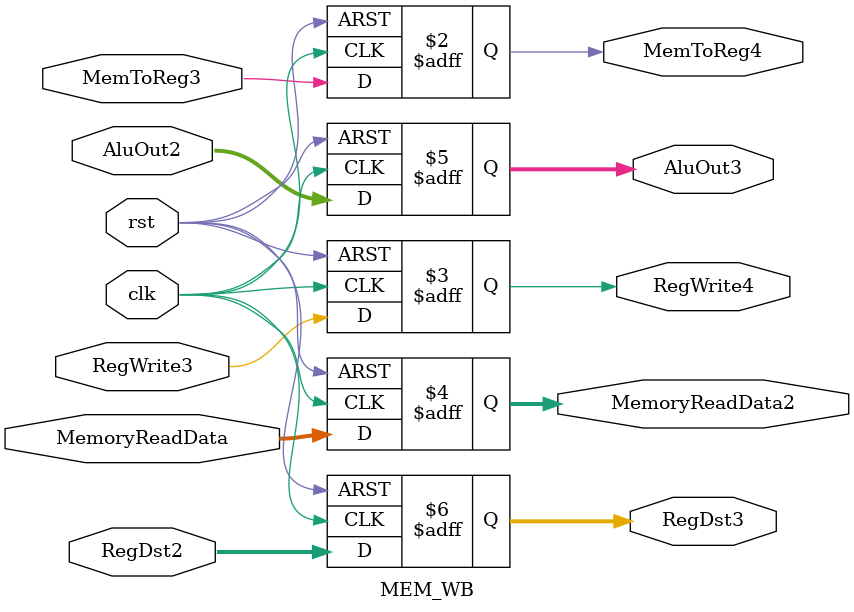
<source format=v>
module MEM_WB(input clk, rst,input MemToReg3, RegWrite3, input [7:0] MemoryReadData, input [7:0] AluOut2, input [2:0] RegDst2,
              output reg MemToReg4, RegWrite4, output reg [7:0] MemoryReadData2, output reg[7:0] AluOut3, output reg [2:0] RegDst3);
  always@(posedge clk, posedge rst)
  begin
    if(rst) begin
      MemToReg4 <= 1'b0;
      RegWrite4 <= 1'b0;
      MemoryReadData2 <= 8'b0;
      AluOut3 <= 8'b0;
      RegDst3 <= 3'b0;
    end
    else if(clk) begin
      MemToReg4 <= MemToReg3;
      RegWrite4 <= RegWrite3;
      MemoryReadData2 <= MemoryReadData;
      AluOut3 <= AluOut2;
      RegDst3 <= RegDst2;
    end
    else begin 
      MemToReg4 <= MemToReg4;
      RegWrite4 <= RegWrite4;
      MemoryReadData2 <= MemoryReadData2;
      AluOut3 <= AluOut3;
      RegDst3 <= RegDst3;
    end
  end
  
endmodule 




</source>
